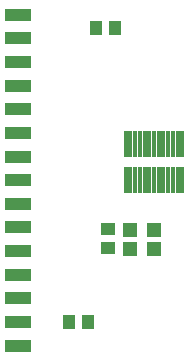
<source format=gts>
%FSLAX25Y25*%
%MOIN*%
G70*
G01*
G75*
G04 Layer_Color=8388736*
%ADD10R,0.03543X0.03937*%
%ADD11R,0.03937X0.03740*%
%ADD12R,0.03937X0.03543*%
%ADD13R,0.00787X0.07874*%
%ADD14R,0.07874X0.03150*%
%ADD15C,0.00800*%
%ADD16C,0.02000*%
%ADD17C,0.02600*%
%ADD18C,0.04000*%
%ADD19C,0.03200*%
%ADD20C,0.00787*%
%ADD21C,0.01181*%
%ADD22C,0.00700*%
%ADD23R,0.02362X0.22047*%
%ADD24R,0.04343X0.04737*%
%ADD25R,0.04737X0.04540*%
%ADD26R,0.04737X0.04343*%
%ADD27R,0.01587X0.08674*%
%ADD28R,0.08674X0.03950*%
D24*
X464650Y297900D02*
D03*
X470950D02*
D03*
X473650Y396000D02*
D03*
X479950D02*
D03*
D25*
X493100Y322150D02*
D03*
Y328450D02*
D03*
X484900Y328550D02*
D03*
Y322250D02*
D03*
D26*
X477700Y328850D02*
D03*
Y322550D02*
D03*
D27*
X502428Y345277D02*
D03*
Y357088D02*
D03*
X500853Y345277D02*
D03*
Y357088D02*
D03*
X499279Y345277D02*
D03*
Y357088D02*
D03*
X497704Y345277D02*
D03*
Y357088D02*
D03*
X496129Y345277D02*
D03*
Y357088D02*
D03*
X494554Y345277D02*
D03*
Y357088D02*
D03*
X492979Y345277D02*
D03*
Y357088D02*
D03*
X491405Y345277D02*
D03*
Y357088D02*
D03*
X489830Y345277D02*
D03*
Y357088D02*
D03*
X488255Y345277D02*
D03*
Y357088D02*
D03*
X486680Y345277D02*
D03*
Y357088D02*
D03*
X485106Y345277D02*
D03*
Y357088D02*
D03*
X483531Y345277D02*
D03*
Y357088D02*
D03*
D28*
X447500Y400236D02*
D03*
Y376614D02*
D03*
Y368740D02*
D03*
Y360866D02*
D03*
Y352992D02*
D03*
Y345118D02*
D03*
Y337244D02*
D03*
Y329370D02*
D03*
Y321496D02*
D03*
Y313622D02*
D03*
Y305748D02*
D03*
Y297874D02*
D03*
Y290000D02*
D03*
Y384488D02*
D03*
Y392362D02*
D03*
M02*

</source>
